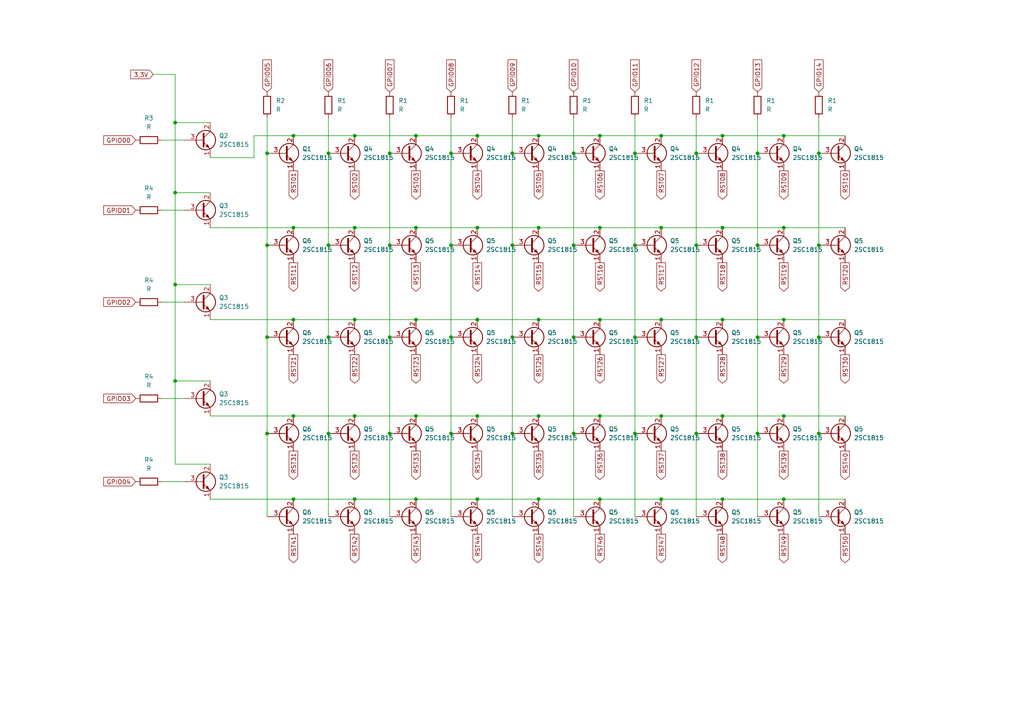
<source format=kicad_sch>
(kicad_sch (version 20230121) (generator eeschema)
  (paper "A4")
  (lib_symbols
    (symbol "Device:R" (pin_numbers hide) (pin_names (offset 0))
      (property "Reference" "R" (at 2.032 0 90))
      (property "Value" "R" (at 0 0 90))
      (symbol "R_0_1"
        (rectangle (start -1.016 -2.54) (end 1.016 2.54) (stroke (width 0.254)))
      )
      (symbol "R_1_1"
        (pin passive line (at 0 3.81 270) (length 1.27) (name "~") (number "1"))
        (pin passive line (at 0 -3.81 90) (length 1.27) (name "~") (number "2"))
      )
    )
    (symbol "Transistor_BJT:2SC1815" (pin_names (offset 0) hide)
      (property "Reference" "Q" (at 5.08 1.905 0))
      (property "Value" "2SC1815" (at 5.08 0 0))
      (symbol "2SC1815_0_1"
        (polyline (pts (xy 0 0) (xy 0.508 0)))
        (polyline (pts (xy 0.635 0.635) (xy 2.54 2.54)))
        (polyline (pts (xy 0.635 -0.635) (xy 2.54 -2.54) (xy 2.54 -2.54)))
        (polyline (pts (xy 0.635 1.905) (xy 0.635 -1.905) (xy 0.635 -1.905)) (stroke (width 0.508)))
        (polyline (pts (xy 1.27 -1.778) (xy 1.778 -1.27) (xy 2.286 -2.286) (xy 1.27 -1.778) (xy 1.27 -1.778)) (fill (type outline)))
        (circle (center 1.27 0) (radius 2.8194) (stroke (width 0.254)))
      )
      (symbol "2SC1815_1_1"
        (pin passive line (at 2.54 -5.08 90) (length 2.54) (name "E") (number "1"))
        (pin passive line (at 2.54 5.08 270) (length 2.54) (name "C") (number "2"))
        (pin input line (at -5.08 0 0) (length 5.08) (name "B") (number "3"))
      )
    )
  )
  (junction (at 50.8 110.49))
  (junction (at 120.65 39.37))
  (junction (at 138.43 39.37))
  (junction (at 173.99 39.37))
  (junction (at 50.8 82.55))
  (junction (at 227.33 92.71))
  (junction (at 191.77 144.78))
  (junction (at 173.99 92.71))
  (junction (at 166.37 71.12))
  (junction (at 219.71 125.73))
  (junction (at 209.55 144.78))
  (junction (at 130.81 97.79))
  (junction (at 138.43 144.78))
  (junction (at 173.99 120.65))
  (junction (at 227.33 66.04))
  (junction (at 191.77 66.04))
  (junction (at 209.55 66.04))
  (junction (at 120.65 92.71))
  (junction (at 85.09 144.78))
  (junction (at 102.87 92.71))
  (junction (at 173.99 66.04))
  (junction (at 201.93 44.45))
  (junction (at 237.49 71.12))
  (junction (at 227.33 120.65))
  (junction (at 95.25 97.79))
  (junction (at 130.81 125.73))
  (junction (at 85.09 92.71))
  (junction (at 227.33 144.78))
  (junction (at 148.59 125.73))
  (junction (at 156.21 66.04))
  (junction (at 156.21 120.65))
  (junction (at 77.47 71.12))
  (junction (at 156.21 39.37))
  (junction (at 95.25 44.45))
  (junction (at 113.03 97.79))
  (junction (at 237.49 44.45))
  (junction (at 219.71 97.79))
  (junction (at 113.03 44.45))
  (junction (at 148.59 97.79))
  (junction (at 148.59 71.12))
  (junction (at 191.77 120.65))
  (junction (at 166.37 125.73))
  (junction (at 102.87 144.78))
  (junction (at 219.71 71.12))
  (junction (at 219.71 44.45))
  (junction (at 201.93 125.73))
  (junction (at 201.93 97.79))
  (junction (at 237.49 125.73))
  (junction (at 156.21 92.71))
  (junction (at 77.47 97.79))
  (junction (at 120.65 120.65))
  (junction (at 138.43 92.71))
  (junction (at 95.25 125.73))
  (junction (at 77.47 44.45))
  (junction (at 113.03 125.73))
  (junction (at 130.81 44.45))
  (junction (at 148.59 44.45))
  (junction (at 191.77 39.37))
  (junction (at 156.21 144.78))
  (junction (at 184.15 125.73))
  (junction (at 130.81 71.12))
  (junction (at 166.37 97.79))
  (junction (at 113.03 71.12))
  (junction (at 184.15 71.12))
  (junction (at 184.15 44.45))
  (junction (at 102.87 120.65))
  (junction (at 209.55 39.37))
  (junction (at 77.47 125.73))
  (junction (at 50.8 35.56))
  (junction (at 120.65 144.78))
  (junction (at 95.25 71.12))
  (junction (at 85.09 39.37))
  (junction (at 237.49 97.79))
  (junction (at 227.33 39.37))
  (junction (at 138.43 66.04))
  (junction (at 120.65 66.04))
  (junction (at 209.55 92.71))
  (junction (at 191.77 92.71))
  (junction (at 102.87 66.04))
  (junction (at 166.37 44.45))
  (junction (at 209.55 120.65))
  (junction (at 102.87 39.37))
  (junction (at 184.15 97.79))
  (junction (at 201.93 71.12))
  (junction (at 85.09 120.65))
  (junction (at 138.43 120.65))
  (junction (at 85.09 66.04))
  (junction (at 173.99 144.78))
  (junction (at 50.8 55.88))
  (wire (pts (xy 219.71 71.12) (xy 219.71 97.79)))
  (wire (pts (xy 156.21 92.71) (xy 173.99 92.71)))
  (wire (pts (xy 113.03 97.79) (xy 113.03 125.73)))
  (wire (pts (xy 148.59 71.12) (xy 148.59 97.79)))
  (wire (pts (xy 148.59 97.79) (xy 148.59 125.73)))
  (wire (pts (xy 130.81 97.79) (xy 130.81 125.73)))
  (wire (pts (xy 53.34 115.57) (xy 46.99 115.57)))
  (wire (pts (xy 237.49 97.79) (xy 237.49 125.73)))
  (wire (pts (xy 60.96 45.72) (xy 73.66 45.72)))
  (wire (pts (xy 184.15 97.79) (xy 184.15 125.73)))
  (wire (pts (xy 219.71 34.29) (xy 219.71 44.45)))
  (wire (pts (xy 120.65 120.65) (xy 138.43 120.65)))
  (wire (pts (xy 113.03 125.73) (xy 113.03 149.86)))
  (wire (pts (xy 166.37 71.12) (xy 166.37 97.79)))
  (wire (pts (xy 53.34 60.96) (xy 46.99 60.96)))
  (wire (pts (xy 166.37 125.73) (xy 166.37 149.86)))
  (wire (pts (xy 102.87 39.37) (xy 120.65 39.37)))
  (wire (pts (xy 120.65 66.04) (xy 138.43 66.04)))
  (wire (pts (xy 191.77 92.71) (xy 209.55 92.71)))
  (wire (pts (xy 227.33 39.37) (xy 245.11 39.37)))
  (wire (pts (xy 209.55 39.37) (xy 227.33 39.37)))
  (wire (pts (xy 85.09 66.04) (xy 102.87 66.04)))
  (wire (pts (xy 191.77 39.37) (xy 209.55 39.37)))
  (wire (pts (xy 77.47 44.45) (xy 77.47 71.12)))
  (wire (pts (xy 85.09 144.78) (xy 102.87 144.78)))
  (wire (pts (xy 191.77 120.65) (xy 209.55 120.65)))
  (wire (pts (xy 138.43 144.78) (xy 156.21 144.78)))
  (wire (pts (xy 201.93 125.73) (xy 201.93 149.86)))
  (wire (pts (xy 102.87 120.65) (xy 120.65 120.65)))
  (wire (pts (xy 113.03 71.12) (xy 113.03 97.79)))
  (wire (pts (xy 173.99 92.71) (xy 191.77 92.71)))
  (wire (pts (xy 173.99 39.37) (xy 191.77 39.37)))
  (wire (pts (xy 191.77 66.04) (xy 209.55 66.04)))
  (wire (pts (xy 237.49 34.29) (xy 237.49 44.45)))
  (wire (pts (xy 209.55 144.78) (xy 227.33 144.78)))
  (wire (pts (xy 184.15 44.45) (xy 184.15 71.12)))
  (wire (pts (xy 50.8 35.56) (xy 50.8 55.88)))
  (wire (pts (xy 60.96 35.56) (xy 50.8 35.56)))
  (wire (pts (xy 227.33 120.65) (xy 245.11 120.65)))
  (wire (pts (xy 166.37 44.45) (xy 166.37 71.12)))
  (wire (pts (xy 85.09 39.37) (xy 102.87 39.37)))
  (wire (pts (xy 138.43 39.37) (xy 156.21 39.37)))
  (wire (pts (xy 50.8 110.49) (xy 60.96 110.49)))
  (wire (pts (xy 102.87 92.71) (xy 120.65 92.71)))
  (wire (pts (xy 77.47 34.29) (xy 77.47 44.45)))
  (wire (pts (xy 201.93 34.29) (xy 201.93 44.45)))
  (wire (pts (xy 50.8 21.59) (xy 50.8 35.56)))
  (wire (pts (xy 148.59 34.29) (xy 148.59 44.45)))
  (wire (pts (xy 73.66 39.37) (xy 85.09 39.37)))
  (wire (pts (xy 130.81 125.73) (xy 130.81 149.86)))
  (wire (pts (xy 166.37 34.29) (xy 166.37 44.45)))
  (wire (pts (xy 53.34 87.63) (xy 46.99 87.63)))
  (wire (pts (xy 148.59 125.73) (xy 148.59 149.86)))
  (wire (pts (xy 138.43 92.71) (xy 156.21 92.71)))
  (wire (pts (xy 201.93 44.45) (xy 201.93 71.12)))
  (wire (pts (xy 102.87 66.04) (xy 120.65 66.04)))
  (wire (pts (xy 53.34 139.7) (xy 46.99 139.7)))
  (wire (pts (xy 173.99 66.04) (xy 191.77 66.04)))
  (wire (pts (xy 50.8 82.55) (xy 50.8 110.49)))
  (wire (pts (xy 173.99 120.65) (xy 191.77 120.65)))
  (wire (pts (xy 138.43 66.04) (xy 156.21 66.04)))
  (wire (pts (xy 95.25 34.29) (xy 95.25 44.45)))
  (wire (pts (xy 120.65 144.78) (xy 138.43 144.78)))
  (wire (pts (xy 60.96 55.88) (xy 50.8 55.88)))
  (wire (pts (xy 219.71 97.79) (xy 219.71 125.73)))
  (wire (pts (xy 227.33 144.78) (xy 245.11 144.78)))
  (wire (pts (xy 184.15 34.29) (xy 184.15 44.45)))
  (wire (pts (xy 237.49 71.12) (xy 237.49 97.79)))
  (wire (pts (xy 95.25 125.73) (xy 95.25 149.86)))
  (wire (pts (xy 156.21 144.78) (xy 173.99 144.78)))
  (wire (pts (xy 50.8 134.62) (xy 60.96 134.62)))
  (wire (pts (xy 219.71 125.73) (xy 219.71 149.86)))
  (wire (pts (xy 85.09 120.65) (xy 102.87 120.65)))
  (wire (pts (xy 77.47 97.79) (xy 77.47 125.73)))
  (wire (pts (xy 201.93 71.12) (xy 201.93 97.79)))
  (wire (pts (xy 95.25 97.79) (xy 95.25 125.73)))
  (wire (pts (xy 46.99 40.64) (xy 53.34 40.64)))
  (wire (pts (xy 120.65 92.71) (xy 138.43 92.71)))
  (wire (pts (xy 60.96 144.78) (xy 85.09 144.78)))
  (wire (pts (xy 227.33 66.04) (xy 245.11 66.04)))
  (wire (pts (xy 173.99 144.78) (xy 191.77 144.78)))
  (wire (pts (xy 130.81 71.12) (xy 130.81 97.79)))
  (wire (pts (xy 156.21 66.04) (xy 173.99 66.04)))
  (wire (pts (xy 60.96 120.65) (xy 85.09 120.65)))
  (wire (pts (xy 166.37 97.79) (xy 166.37 125.73)))
  (wire (pts (xy 130.81 44.45) (xy 130.81 71.12)))
  (wire (pts (xy 237.49 125.73) (xy 237.49 149.86)))
  (wire (pts (xy 219.71 44.45) (xy 219.71 71.12)))
  (wire (pts (xy 73.66 45.72) (xy 73.66 39.37)))
  (wire (pts (xy 227.33 92.71) (xy 245.11 92.71)))
  (wire (pts (xy 50.8 110.49) (xy 50.8 134.62)))
  (wire (pts (xy 95.25 44.45) (xy 95.25 71.12)))
  (wire (pts (xy 95.25 71.12) (xy 95.25 97.79)))
  (wire (pts (xy 209.55 120.65) (xy 227.33 120.65)))
  (wire (pts (xy 113.03 44.45) (xy 113.03 71.12)))
  (wire (pts (xy 77.47 125.73) (xy 77.47 149.86)))
  (wire (pts (xy 156.21 120.65) (xy 173.99 120.65)))
  (wire (pts (xy 50.8 55.88) (xy 50.8 82.55)))
  (wire (pts (xy 156.21 39.37) (xy 173.99 39.37)))
  (wire (pts (xy 138.43 120.65) (xy 156.21 120.65)))
  (wire (pts (xy 184.15 125.73) (xy 184.15 149.86)))
  (wire (pts (xy 237.49 44.45) (xy 237.49 71.12)))
  (wire (pts (xy 60.96 66.04) (xy 85.09 66.04)))
  (wire (pts (xy 201.93 97.79) (xy 201.93 125.73)))
  (wire (pts (xy 44.45 21.59) (xy 50.8 21.59)))
  (wire (pts (xy 50.8 82.55) (xy 60.96 82.55)))
  (wire (pts (xy 209.55 66.04) (xy 227.33 66.04)))
  (wire (pts (xy 120.65 39.37) (xy 138.43 39.37)))
  (wire (pts (xy 85.09 92.71) (xy 102.87 92.71)))
  (wire (pts (xy 102.87 144.78) (xy 120.65 144.78)))
  (wire (pts (xy 148.59 44.45) (xy 148.59 71.12)))
  (wire (pts (xy 130.81 34.29) (xy 130.81 44.45)))
  (wire (pts (xy 191.77 144.78) (xy 209.55 144.78)))
  (wire (pts (xy 77.47 71.12) (xy 77.47 97.79)))
  (wire (pts (xy 184.15 71.12) (xy 184.15 97.79)))
  (wire (pts (xy 209.55 92.71) (xy 227.33 92.71)))
  (wire (pts (xy 60.96 92.71) (xy 85.09 92.71)))
  (wire (pts (xy 113.03 34.29) (xy 113.03 44.45)))
  (global_label "GPIO03" (shape input) (at 39.37 115.57 180) (property "Intersheetrefs" "${INTERSHEET_REFS}" (effects hide)))
  (global_label "RST18" (shape output) (at 209.55 76.2 270) (property "Intersheetrefs" "${INTERSHEET_REFS}" (effects hide)))
  (global_label "RST14" (shape output) (at 138.43 76.2 270) (property "Intersheetrefs" "${INTERSHEET_REFS}" (effects hide)))
  (global_label "RST11" (shape output) (at 85.09 76.2 270) (property "Intersheetrefs" "${INTERSHEET_REFS}" (effects hide)))
  (global_label "RST01" (shape output) (at 85.09 49.53 270) (property "Intersheetrefs" "${INTERSHEET_REFS}" (effects hide)))
  (global_label "RST48" (shape output) (at 209.55 154.94 270) (property "Intersheetrefs" "${INTERSHEET_REFS}" (effects hide)))
  (global_label "RST05" (shape output) (at 156.21 49.53 270) (property "Intersheetrefs" "${INTERSHEET_REFS}" (effects hide)))
  (global_label "RST15" (shape output) (at 156.21 76.2 270) (property "Intersheetrefs" "${INTERSHEET_REFS}" (effects hide)))
  (global_label "RST02" (shape output) (at 102.87 49.53 270) (property "Intersheetrefs" "${INTERSHEET_REFS}" (effects hide)))
  (global_label "GPIO07" (shape input) (at 113.03 26.67 90) (property "Intersheetrefs" "${INTERSHEET_REFS}" (effects hide)))
  (global_label "RST12" (shape output) (at 102.87 76.2 270) (property "Intersheetrefs" "${INTERSHEET_REFS}" (effects hide)))
  (global_label "RST43" (shape output) (at 120.65 154.94 270) (property "Intersheetrefs" "${INTERSHEET_REFS}" (effects hide)))
  (global_label "RST37" (shape output) (at 191.77 130.81 270) (property "Intersheetrefs" "${INTERSHEET_REFS}" (effects hide)))
  (global_label "RST47" (shape output) (at 191.77 154.94 270) (property "Intersheetrefs" "${INTERSHEET_REFS}" (effects hide)))
  (global_label "RST32" (shape output) (at 102.87 130.81 270) (property "Intersheetrefs" "${INTERSHEET_REFS}" (effects hide)))
  (global_label "RST39" (shape output) (at 227.33 130.81 270) (property "Intersheetrefs" "${INTERSHEET_REFS}" (effects hide)))
  (global_label "RST30" (shape output) (at 245.11 102.87 270) (property "Intersheetrefs" "${INTERSHEET_REFS}" (effects hide)))
  (global_label "RST20" (shape output) (at 245.11 76.2 270) (property "Intersheetrefs" "${INTERSHEET_REFS}" (effects hide)))
  (global_label "RST29" (shape output) (at 227.33 102.87 270) (property "Intersheetrefs" "${INTERSHEET_REFS}" (effects hide)))
  (global_label "RST38" (shape output) (at 209.55 130.81 270) (property "Intersheetrefs" "${INTERSHEET_REFS}" (effects hide)))
  (global_label "GPIO13" (shape input) (at 219.71 26.67 90) (property "Intersheetrefs" "${INTERSHEET_REFS}" (effects hide)))
  (global_label "RST33" (shape output) (at 120.65 130.81 270) (property "Intersheetrefs" "${INTERSHEET_REFS}" (effects hide)))
  (global_label "GPIO08" (shape input) (at 130.81 26.67 90) (property "Intersheetrefs" "${INTERSHEET_REFS}" (effects hide)))
  (global_label "RST41" (shape output) (at 85.09 154.94 270) (property "Intersheetrefs" "${INTERSHEET_REFS}" (effects hide)))
  (global_label "RST42" (shape output) (at 102.87 154.94 270) (property "Intersheetrefs" "${INTERSHEET_REFS}" (effects hide)))
  (global_label "GPIO00" (shape input) (at 39.37 40.64 180) (property "Intersheetrefs" "${INTERSHEET_REFS}" (effects hide)))
  (global_label "RST17" (shape output) (at 191.77 76.2 270) (property "Intersheetrefs" "${INTERSHEET_REFS}" (effects hide)))
  (global_label "GPIO09" (shape input) (at 148.59 26.67 90) (property "Intersheetrefs" "${INTERSHEET_REFS}" (effects hide)))
  (global_label "RST10" (shape output) (at 245.11 49.53 270) (property "Intersheetrefs" "${INTERSHEET_REFS}" (effects hide)))
  (global_label "GPIO10" (shape input) (at 166.37 26.67 90) (property "Intersheetrefs" "${INTERSHEET_REFS}" (effects hide)))
  (global_label "RST03" (shape output) (at 120.65 49.53 270) (property "Intersheetrefs" "${INTERSHEET_REFS}" (effects hide)))
  (global_label "RST50" (shape output) (at 245.11 154.94 270) (property "Intersheetrefs" "${INTERSHEET_REFS}" (effects hide)))
  (global_label "3,3V" (shape input) (at 44.45 21.59 180) (property "Intersheetrefs" "${INTERSHEET_REFS}" (effects hide)))
  (global_label "GPIO11" (shape input) (at 184.15 26.67 90) (property "Intersheetrefs" "${INTERSHEET_REFS}" (effects hide)))
  (global_label "RST24" (shape output) (at 138.43 102.87 270) (property "Intersheetrefs" "${INTERSHEET_REFS}" (effects hide)))
  (global_label "RST31" (shape output) (at 85.09 130.81 270) (property "Intersheetrefs" "${INTERSHEET_REFS}" (effects hide)))
  (global_label "RST46" (shape output) (at 173.99 154.94 270) (property "Intersheetrefs" "${INTERSHEET_REFS}" (effects hide)))
  (global_label "RST19" (shape output) (at 227.33 76.2 270) (property "Intersheetrefs" "${INTERSHEET_REFS}" (effects hide)))
  (global_label "RST40" (shape output) (at 245.11 130.81 270) (property "Intersheetrefs" "${INTERSHEET_REFS}" (effects hide)))
  (global_label "RST04" (shape output) (at 138.43 49.53 270) (property "Intersheetrefs" "${INTERSHEET_REFS}" (effects hide)))
  (global_label "RST13" (shape output) (at 120.65 76.2 270) (property "Intersheetrefs" "${INTERSHEET_REFS}" (effects hide)))
  (global_label "RST44" (shape output) (at 138.43 154.94 270) (property "Intersheetrefs" "${INTERSHEET_REFS}" (effects hide)))
  (global_label "RST27" (shape output) (at 191.77 102.87 270) (property "Intersheetrefs" "${INTERSHEET_REFS}" (effects hide)))
  (global_label "RST34" (shape output) (at 138.43 130.81 270) (property "Intersheetrefs" "${INTERSHEET_REFS}" (effects hide)))
  (global_label "RST45" (shape output) (at 156.21 154.94 270) (property "Intersheetrefs" "${INTERSHEET_REFS}" (effects hide)))
  (global_label "GPIO05" (shape input) (at 77.47 26.67 90) (property "Intersheetrefs" "${INTERSHEET_REFS}" (effects hide)))
  (global_label "RST25" (shape output) (at 156.21 102.87 270) (property "Intersheetrefs" "${INTERSHEET_REFS}" (effects hide)))
  (global_label "RST07" (shape output) (at 191.77 49.53 270) (property "Intersheetrefs" "${INTERSHEET_REFS}" (effects hide)))
  (global_label "RST16" (shape output) (at 173.99 76.2 270) (property "Intersheetrefs" "${INTERSHEET_REFS}" (effects hide)))
  (global_label "RST08" (shape output) (at 209.55 49.53 270) (property "Intersheetrefs" "${INTERSHEET_REFS}" (effects hide)))
  (global_label "RST35" (shape output) (at 156.21 130.81 270) (property "Intersheetrefs" "${INTERSHEET_REFS}" (effects hide)))
  (global_label "GPIO02" (shape input) (at 39.37 87.63 180) (property "Intersheetrefs" "${INTERSHEET_REFS}" (effects hide)))
  (global_label "RST26" (shape output) (at 173.99 102.87 270) (property "Intersheetrefs" "${INTERSHEET_REFS}" (effects hide)))
  (global_label "GPIO01" (shape input) (at 39.37 60.96 180) (property "Intersheetrefs" "${INTERSHEET_REFS}" (effects hide)))
  (global_label "RST22" (shape output) (at 102.87 102.87 270) (property "Intersheetrefs" "${INTERSHEET_REFS}" (effects hide)))
  (global_label "RST06" (shape output) (at 173.99 49.53 270) (property "Intersheetrefs" "${INTERSHEET_REFS}" (effects hide)))
  (global_label "RST09" (shape output) (at 227.33 49.53 270) (property "Intersheetrefs" "${INTERSHEET_REFS}" (effects hide)))
  (global_label "GPIO04" (shape input) (at 39.37 139.7 180) (property "Intersheetrefs" "${INTERSHEET_REFS}" (effects hide)))
  (global_label "RST49" (shape output) (at 227.33 154.94 270) (property "Intersheetrefs" "${INTERSHEET_REFS}" (effects hide)))
  (global_label "RST21" (shape output) (at 85.09 102.87 270) (property "Intersheetrefs" "${INTERSHEET_REFS}" (effects hide)))
  (global_label "RST28" (shape output) (at 209.55 102.87 270) (property "Intersheetrefs" "${INTERSHEET_REFS}" (effects hide)))
  (global_label "GPIO14" (shape input) (at 237.49 26.67 90) (property "Intersheetrefs" "${INTERSHEET_REFS}" (effects hide)))
  (global_label "RST36" (shape output) (at 173.99 130.81 270) (property "Intersheetrefs" "${INTERSHEET_REFS}" (effects hide)))
  (global_label "GPIO06" (shape input) (at 95.25 26.67 90) (property "Intersheetrefs" "${INTERSHEET_REFS}" (effects hide)))
  (global_label "GPIO12" (shape input) (at 201.93 26.67 90) (property "Intersheetrefs" "${INTERSHEET_REFS}" (effects hide)))
  (global_label "RST23" (shape output) (at 120.65 102.87 270) (property "Intersheetrefs" "${INTERSHEET_REFS}" (effects hide)))
  (symbol (lib_id "Transistor_BJT:2SC1815") (at 224.79 71.12 0) (unit 1)
    (property "Reference" "Q5" (at 229.87 69.85 0) (effects (justify left)))
    (property "Value" "2SC1815" (at 229.87 72.39 0) (effects (justify left)))
    (property "Footprint" "Package_TO_SOT_THT:TO-92_Inline" (effects hide))
    (property "Datasheet" "https://media.digikey.com/pdf/Data%20Sheets/Toshiba%20PDFs/2SC1815.pdf" (effects hide))
    (instances (project "Schaltplan" (path "" (reference "Q5") (unit 1)) (path "" (reference "Q47") (unit 1))))
  )
  (symbol (lib_id "Transistor_BJT:2SC1815") (at 207.01 125.73 0) (unit 1)
    (property "Reference" "Q5" (at 212.09 124.46 0) (effects (justify left)))
    (property "Value" "2SC1815" (at 212.09 127 0) (effects (justify left)))
    (property "Footprint" "Package_TO_SOT_THT:TO-92_Inline" (effects hide))
    (property "Datasheet" "https://media.digikey.com/pdf/Data%20Sheets/Toshiba%20PDFs/2SC1815.pdf" (effects hide))
    (instances (project "Schaltplan" (path "" (reference "Q5") (unit 1)) (path "" (reference "Q44") (unit 1))))
  )
  (symbol (lib_id "Transistor_BJT:2SC1815") (at 171.45 97.79 0) (unit 1)
    (property "Reference" "Q5" (at 176.53 96.52 0) (effects (justify left)))
    (property "Value" "2SC1815" (at 176.53 99.06 0) (effects (justify left)))
    (property "Footprint" "Package_TO_SOT_THT:TO-92_Inline" (effects hide))
    (property "Datasheet" "https://media.digikey.com/pdf/Data%20Sheets/Toshiba%20PDFs/2SC1815.pdf" (effects hide))
    (instances (project "Schaltplan" (path "" (reference "Q5") (unit 1)) (path "" (reference "Q33") (unit 1))))
  )
  (symbol (lib_id "Transistor_BJT:2SC1815") (at 118.11 71.12 0) (unit 1)
    (property "Reference" "Q5" (at 123.19 69.85 0) (effects (justify left)))
    (property "Value" "2SC1815" (at 123.19 72.39 0) (effects (justify left)))
    (property "Footprint" "Package_TO_SOT_THT:TO-92_Inline" (effects hide))
    (property "Datasheet" "https://media.digikey.com/pdf/Data%20Sheets/Toshiba%20PDFs/2SC1815.pdf" (effects hide))
    (instances (project "Schaltplan" (path "" (reference "Q5") (unit 1)) (path "" (reference "Q17") (unit 1))))
  )
  (symbol (lib_id "Transistor_BJT:2SC1815") (at 100.33 125.73 0) (unit 1)
    (property "Reference" "Q5" (at 105.41 124.46 0) (effects (justify left)))
    (property "Value" "2SC1815" (at 105.41 127 0) (effects (justify left)))
    (property "Footprint" "Package_TO_SOT_THT:TO-92_Inline" (effects hide))
    (property "Datasheet" "https://media.digikey.com/pdf/Data%20Sheets/Toshiba%20PDFs/2SC1815.pdf" (effects hide))
    (instances (project "Schaltplan" (path "" (reference "Q5") (unit 1)) (path "" (reference "Q13") (unit 1))))
  )
  (symbol (lib_id "Transistor_BJT:2SC1815") (at 118.11 44.45 0) (unit 1)
    (property "Reference" "Q4" (at 123.19 43.18 0) (effects (justify left)))
    (property "Value" "2SC1815" (at 123.19 45.72 0) (effects (justify left)))
    (property "Footprint" "Package_TO_SOT_THT:TO-92_Inline" (effects hide))
    (property "Datasheet" "https://media.digikey.com/pdf/Data%20Sheets/Toshiba%20PDFs/2SC1815.pdf" (effects hide))
    (instances (project "Schaltplan" (path "" (reference "Q4") (unit 1)) (path "" (reference "Q7") (unit 1))))
  )
  (symbol (lib_id "Transistor_BJT:2SC1815") (at 58.42 139.7 0) (unit 1)
    (property "Reference" "Q3" (at 63.5 138.43 0) (effects (justify left)))
    (property "Value" "2SC1815" (at 63.5 140.97 0) (effects (justify left)))
    (property "Footprint" "Package_TO_SOT_THT:TO-92_Inline" (effects hide))
    (property "Datasheet" "https://media.digikey.com/pdf/Data%20Sheets/Toshiba%20PDFs/2SC1815.pdf" (effects hide))
    (instances (project "Schaltplan" (path "" (reference "Q3") (unit 1)) (path "" (reference "Q14") (unit 1))))
  )
  (symbol (lib_id "Transistor_BJT:2SC1815") (at 189.23 149.86 0) (unit 1)
    (property "Reference" "Q5" (at 194.31 148.59 0) (effects (justify left)))
    (property "Value" "2SC1815" (at 194.31 151.13 0) (effects (justify left)))
    (property "Footprint" "Package_TO_SOT_THT:TO-92_Inline" (effects hide))
    (property "Datasheet" "https://media.digikey.com/pdf/Data%20Sheets/Toshiba%20PDFs/2SC1815.pdf" (effects hide))
    (instances (project "Schaltplan" (path "" (reference "Q5") (unit 1)) (path "" (reference "Q40") (unit 1))))
  )
  (symbol (lib_id "Device:R") (at 43.18 40.64 90) (unit 1)
    (property "Reference" "R3" (at 43.18 34.29 90))
    (property "Value" "R" (at 43.18 36.83 90))
    (property "Footprint" "Resistor_SMD:R_0201_0603Metric" (effects hide))
    (instances (project "Schaltplan" (path "" (reference "R3") (unit 1)) (path "" (reference "R1") (unit 1))))
  )
  (symbol (lib_id "Transistor_BJT:2SC1815") (at 153.67 97.79 0) (unit 1)
    (property "Reference" "Q5" (at 158.75 96.52 0) (effects (justify left)))
    (property "Value" "2SC1815" (at 158.75 99.06 0) (effects (justify left)))
    (property "Footprint" "Package_TO_SOT_THT:TO-92_Inline" (effects hide))
    (property "Datasheet" "https://media.digikey.com/pdf/Data%20Sheets/Toshiba%20PDFs/2SC1815.pdf" (effects hide))
    (instances (project "Schaltplan" (path "" (reference "Q5") (unit 1)) (path "" (reference "Q28") (unit 1))))
  )
  (symbol (lib_id "Transistor_BJT:2SC1815") (at 153.67 149.86 0) (unit 1)
    (property "Reference" "Q5" (at 158.75 148.59 0) (effects (justify left)))
    (property "Value" "2SC1815" (at 158.75 151.13 0) (effects (justify left)))
    (property "Footprint" "Package_TO_SOT_THT:TO-92_Inline" (effects hide))
    (property "Datasheet" "https://media.digikey.com/pdf/Data%20Sheets/Toshiba%20PDFs/2SC1815.pdf" (effects hide))
    (instances (project "Schaltplan" (path "" (reference "Q5") (unit 1)) (path "" (reference "Q30") (unit 1))))
  )
  (symbol (lib_id "Transistor_BJT:2SC1815") (at 207.01 44.45 0) (unit 1)
    (property "Reference" "Q4" (at 212.09 43.18 0) (effects (justify left)))
    (property "Value" "2SC1815" (at 212.09 45.72 0) (effects (justify left)))
    (property "Footprint" "Package_TO_SOT_THT:TO-92_Inline" (effects hide))
    (property "Datasheet" "https://media.digikey.com/pdf/Data%20Sheets/Toshiba%20PDFs/2SC1815.pdf" (effects hide))
    (instances (project "Schaltplan" (path "" (reference "Q4") (unit 1)) (path "" (reference "Q41") (unit 1))))
  )
  (symbol (lib_id "Transistor_BJT:2SC1815") (at 189.23 125.73 0) (unit 1)
    (property "Reference" "Q5" (at 194.31 124.46 0) (effects (justify left)))
    (property "Value" "2SC1815" (at 194.31 127 0) (effects (justify left)))
    (property "Footprint" "Package_TO_SOT_THT:TO-92_Inline" (effects hide))
    (property "Datasheet" "https://media.digikey.com/pdf/Data%20Sheets/Toshiba%20PDFs/2SC1815.pdf" (effects hide))
    (instances (project "Schaltplan" (path "" (reference "Q5") (unit 1)) (path "" (reference "Q39") (unit 1))))
  )
  (symbol (lib_id "Transistor_BJT:2SC1815") (at 242.57 97.79 0) (unit 1)
    (property "Reference" "Q5" (at 247.65 96.52 0) (effects (justify left)))
    (property "Value" "2SC1815" (at 247.65 99.06 0) (effects (justify left)))
    (property "Footprint" "Package_TO_SOT_THT:TO-92_Inline" (effects hide))
    (property "Datasheet" "https://media.digikey.com/pdf/Data%20Sheets/Toshiba%20PDFs/2SC1815.pdf" (effects hide))
    (instances (project "Schaltplan" (path "" (reference "Q5") (unit 1)) (path "" (reference "Q53") (unit 1))))
  )
  (symbol (lib_id "Transistor_BJT:2SC1815") (at 207.01 149.86 0) (unit 1)
    (property "Reference" "Q5" (at 212.09 148.59 0) (effects (justify left)))
    (property "Value" "2SC1815" (at 212.09 151.13 0) (effects (justify left)))
    (property "Footprint" "Package_TO_SOT_THT:TO-92_Inline" (effects hide))
    (property "Datasheet" "https://media.digikey.com/pdf/Data%20Sheets/Toshiba%20PDFs/2SC1815.pdf" (effects hide))
    (instances (project "Schaltplan" (path "" (reference "Q5") (unit 1)) (path "" (reference "Q45") (unit 1))))
  )
  (symbol (lib_id "Transistor_BJT:2SC1815") (at 58.42 60.96 0) (unit 1)
    (property "Reference" "Q3" (at 63.5 59.69 0) (effects (justify left)))
    (property "Value" "2SC1815" (at 63.5 62.23 0) (effects (justify left)))
    (property "Footprint" "Package_TO_SOT_THT:TO-92_Inline" (effects hide))
    (property "Datasheet" "https://media.digikey.com/pdf/Data%20Sheets/Toshiba%20PDFs/2SC1815.pdf" (effects hide))
    (instances (project "Schaltplan" (path "" (reference "Q3") (unit 1)) (path "" (reference "Q2") (unit 1))))
  )
  (symbol (lib_id "Transistor_BJT:2SC1815") (at 207.01 97.79 0) (unit 1)
    (property "Reference" "Q5" (at 212.09 96.52 0) (effects (justify left)))
    (property "Value" "2SC1815" (at 212.09 99.06 0) (effects (justify left)))
    (property "Footprint" "Package_TO_SOT_THT:TO-92_Inline" (effects hide))
    (property "Datasheet" "https://media.digikey.com/pdf/Data%20Sheets/Toshiba%20PDFs/2SC1815.pdf" (effects hide))
    (instances (project "Schaltplan" (path "" (reference "Q5") (unit 1)) (path "" (reference "Q43") (unit 1))))
  )
  (symbol (lib_id "Device:R") (at 43.18 87.63 90) (unit 1)
    (property "Reference" "R4" (at 43.18 81.28 90))
    (property "Value" "R" (at 43.18 83.82 90))
    (property "Footprint" "Resistor_SMD:R_0201_0603Metric" (effects hide))
    (instances (project "Schaltplan" (path "" (reference "R4") (unit 1)) (path "" (reference "R5") (unit 1))))
  )
  (symbol (lib_id "Device:R") (at 43.18 139.7 90) (unit 1)
    (property "Reference" "R4" (at 43.18 133.35 90))
    (property "Value" "R" (at 43.18 135.89 90))
    (property "Footprint" "Resistor_SMD:R_0201_0603Metric" (effects hide))
    (instances (project "Schaltplan" (path "" (reference "R4") (unit 1)) (path "" (reference "R7") (unit 1))))
  )
  (symbol (lib_id "Device:R") (at 95.25 30.48 0) (unit 1)
    (property "Reference" "R1" (at 97.79 29.21 0) (effects (justify left)))
    (property "Value" "R" (at 97.79 31.75 0) (effects (justify left)))
    (property "Footprint" "Resistor_SMD:R_0201_0603Metric" (effects hide))
    (instances (project "Schaltplan" (path "" (reference "R1") (unit 1)) (path "" (reference "R4") (unit 1))))
  )
  (symbol (lib_id "Transistor_BJT:2SC1815") (at 224.79 44.45 0) (unit 1)
    (property "Reference" "Q4" (at 229.87 43.18 0) (effects (justify left)))
    (property "Value" "2SC1815" (at 229.87 45.72 0) (effects (justify left)))
    (property "Footprint" "Package_TO_SOT_THT:TO-92_Inline" (effects hide))
    (property "Datasheet" "https://media.digikey.com/pdf/Data%20Sheets/Toshiba%20PDFs/2SC1815.pdf" (effects hide))
    (instances (project "Schaltplan" (path "" (reference "Q4") (unit 1)) (path "" (reference "Q46") (unit 1))))
  )
  (symbol (lib_id "Transistor_BJT:2SC1815") (at 82.55 71.12 0) (unit 1)
    (property "Reference" "Q6" (at 87.63 69.85 0) (effects (justify left)))
    (property "Value" "2SC1815" (at 87.63 72.39 0) (effects (justify left)))
    (property "Footprint" "Package_TO_SOT_THT:TO-92_Inline" (effects hide))
    (property "Datasheet" "https://media.digikey.com/pdf/Data%20Sheets/Toshiba%20PDFs/2SC1815.pdf" (effects hide))
    (instances (project "Schaltplan" (path "" (reference "Q6") (unit 1)) (path "" (reference "Q4") (unit 1))))
  )
  (symbol (lib_id "Transistor_BJT:2SC1815") (at 207.01 71.12 0) (unit 1)
    (property "Reference" "Q5" (at 212.09 69.85 0) (effects (justify left)))
    (property "Value" "2SC1815" (at 212.09 72.39 0) (effects (justify left)))
    (property "Footprint" "Package_TO_SOT_THT:TO-92_Inline" (effects hide))
    (property "Datasheet" "https://media.digikey.com/pdf/Data%20Sheets/Toshiba%20PDFs/2SC1815.pdf" (effects hide))
    (instances (project "Schaltplan" (path "" (reference "Q5") (unit 1)) (path "" (reference "Q42") (unit 1))))
  )
  (symbol (lib_id "Transistor_BJT:2SC1815") (at 82.55 125.73 0) (unit 1)
    (property "Reference" "Q6" (at 87.63 124.46 0) (effects (justify left)))
    (property "Value" "2SC1815" (at 87.63 127 0) (effects (justify left)))
    (property "Footprint" "Package_TO_SOT_THT:TO-92_Inline" (effects hide))
    (property "Datasheet" "https://media.digikey.com/pdf/Data%20Sheets/Toshiba%20PDFs/2SC1815.pdf" (effects hide))
    (instances (project "Schaltplan" (path "" (reference "Q6") (unit 1)) (path "" (reference "Q12") (unit 1))))
  )
  (symbol (lib_id "Transistor_BJT:2SC1815") (at 171.45 125.73 0) (unit 1)
    (property "Reference" "Q5" (at 176.53 124.46 0) (effects (justify left)))
    (property "Value" "2SC1815" (at 176.53 127 0) (effects (justify left)))
    (property "Footprint" "Package_TO_SOT_THT:TO-92_Inline" (effects hide))
    (property "Datasheet" "https://media.digikey.com/pdf/Data%20Sheets/Toshiba%20PDFs/2SC1815.pdf" (effects hide))
    (instances (project "Schaltplan" (path "" (reference "Q5") (unit 1)) (path "" (reference "Q34") (unit 1))))
  )
  (symbol (lib_id "Device:R") (at 219.71 30.48 0) (unit 1)
    (property "Reference" "R1" (at 222.25 29.21 0) (effects (justify left)))
    (property "Value" "R" (at 222.25 31.75 0) (effects (justify left)))
    (property "Footprint" "Resistor_SMD:R_0201_0603Metric" (effects hide))
    (instances (project "Schaltplan" (path "" (reference "R1") (unit 1)) (path "" (reference "R14") (unit 1))))
  )
  (symbol (lib_id "Transistor_BJT:2SC1815") (at 135.89 71.12 0) (unit 1)
    (property "Reference" "Q5" (at 140.97 69.85 0) (effects (justify left)))
    (property "Value" "2SC1815" (at 140.97 72.39 0) (effects (justify left)))
    (property "Footprint" "Package_TO_SOT_THT:TO-92_Inline" (effects hide))
    (property "Datasheet" "https://media.digikey.com/pdf/Data%20Sheets/Toshiba%20PDFs/2SC1815.pdf" (effects hide))
    (instances (project "Schaltplan" (path "" (reference "Q5") (unit 1)) (path "" (reference "Q22") (unit 1))))
  )
  (symbol (lib_id "Transistor_BJT:2SC1815") (at 100.33 44.45 0) (unit 1)
    (property "Reference" "Q4" (at 105.41 43.18 0) (effects (justify left)))
    (property "Value" "2SC1815" (at 105.41 45.72 0) (effects (justify left)))
    (property "Footprint" "Package_TO_SOT_THT:TO-92_Inline" (effects hide))
    (property "Datasheet" "https://media.digikey.com/pdf/Data%20Sheets/Toshiba%20PDFs/2SC1815.pdf" (effects hide))
    (instances (project "Schaltplan" (path "" (reference "Q4") (unit 1)) (path "" (reference "Q5") (unit 1))))
  )
  (symbol (lib_id "Transistor_BJT:2SC1815") (at 135.89 97.79 0) (unit 1)
    (property "Reference" "Q5" (at 140.97 96.52 0) (effects (justify left)))
    (property "Value" "2SC1815" (at 140.97 99.06 0) (effects (justify left)))
    (property "Footprint" "Package_TO_SOT_THT:TO-92_Inline" (effects hide))
    (property "Datasheet" "https://media.digikey.com/pdf/Data%20Sheets/Toshiba%20PDFs/2SC1815.pdf" (effects hide))
    (instances (project "Schaltplan" (path "" (reference "Q5") (unit 1)) (path "" (reference "Q23") (unit 1))))
  )
  (symbol (lib_id "Transistor_BJT:2SC1815") (at 224.79 149.86 0) (unit 1)
    (property "Reference" "Q5" (at 229.87 148.59 0) (effects (justify left)))
    (property "Value" "2SC1815" (at 229.87 151.13 0) (effects (justify left)))
    (property "Footprint" "Package_TO_SOT_THT:TO-92_Inline" (effects hide))
    (property "Datasheet" "https://media.digikey.com/pdf/Data%20Sheets/Toshiba%20PDFs/2SC1815.pdf" (effects hide))
    (instances (project "Schaltplan" (path "" (reference "Q5") (unit 1)) (path "" (reference "Q50") (unit 1))))
  )
  (symbol (lib_id "Transistor_BJT:2SC1815") (at 242.57 44.45 0) (unit 1)
    (property "Reference" "Q4" (at 247.65 43.18 0) (effects (justify left)))
    (property "Value" "2SC1815" (at 247.65 45.72 0) (effects (justify left)))
    (property "Footprint" "Package_TO_SOT_THT:TO-92_Inline" (effects hide))
    (property "Datasheet" "https://media.digikey.com/pdf/Data%20Sheets/Toshiba%20PDFs/2SC1815.pdf" (effects hide))
    (instances (project "Schaltplan" (path "" (reference "Q4") (unit 1)) (path "" (reference "Q51") (unit 1))))
  )
  (symbol (lib_id "Transistor_BJT:2SC1815") (at 224.79 125.73 0) (unit 1)
    (property "Reference" "Q5" (at 229.87 124.46 0) (effects (justify left)))
    (property "Value" "2SC1815" (at 229.87 127 0) (effects (justify left)))
    (property "Footprint" "Package_TO_SOT_THT:TO-92_Inline" (effects hide))
    (property "Datasheet" "https://media.digikey.com/pdf/Data%20Sheets/Toshiba%20PDFs/2SC1815.pdf" (effects hide))
    (instances (project "Schaltplan" (path "" (reference "Q5") (unit 1)) (path "" (reference "Q49") (unit 1))))
  )
  (symbol (lib_id "Transistor_BJT:2SC1815") (at 242.57 125.73 0) (unit 1)
    (property "Reference" "Q5" (at 247.65 124.46 0) (effects (justify left)))
    (property "Value" "2SC1815" (at 247.65 127 0) (effects (justify left)))
    (property "Footprint" "Package_TO_SOT_THT:TO-92_Inline" (effects hide))
    (property "Datasheet" "https://media.digikey.com/pdf/Data%20Sheets/Toshiba%20PDFs/2SC1815.pdf" (effects hide))
    (instances (project "Schaltplan" (path "" (reference "Q5") (unit 1)) (path "" (reference "Q54") (unit 1))))
  )
  (symbol (lib_id "Transistor_BJT:2SC1815") (at 153.67 71.12 0) (unit 1)
    (property "Reference" "Q5" (at 158.75 69.85 0) (effects (justify left)))
    (property "Value" "2SC1815" (at 158.75 72.39 0) (effects (justify left)))
    (property "Footprint" "Package_TO_SOT_THT:TO-92_Inline" (effects hide))
    (property "Datasheet" "https://media.digikey.com/pdf/Data%20Sheets/Toshiba%20PDFs/2SC1815.pdf" (effects hide))
    (instances (project "Schaltplan" (path "" (reference "Q5") (unit 1)) (path "" (reference "Q27") (unit 1))))
  )
  (symbol (lib_id "Device:R") (at 77.47 30.48 0) (unit 1)
    (property "Reference" "R2" (at 80.01 29.21 0) (effects (justify left)))
    (property "Value" "R" (at 80.01 31.75 0) (effects (justify left)))
    (property "Footprint" "Resistor_SMD:R_0201_0603Metric" (effects hide))
    (instances (project "Schaltplan" (path "" (reference "R2") (unit 1)) (path "" (reference "R3") (unit 1))))
  )
  (symbol (lib_id "Device:R") (at 148.59 30.48 0) (unit 1)
    (property "Reference" "R1" (at 151.13 29.21 0) (effects (justify left)))
    (property "Value" "R" (at 151.13 31.75 0) (effects (justify left)))
    (property "Footprint" "Resistor_SMD:R_0201_0603Metric" (effects hide))
    (instances (project "Schaltplan" (path "" (reference "R1") (unit 1)) (path "" (reference "R10") (unit 1))))
  )
  (symbol (lib_id "Transistor_BJT:2SC1815") (at 82.55 44.45 0) (unit 1)
    (property "Reference" "Q1" (at 87.63 43.18 0) (effects (justify left)))
    (property "Value" "2SC1815" (at 87.63 45.72 0) (effects (justify left)))
    (property "Footprint" "Package_TO_SOT_THT:TO-92_Inline" (effects hide))
    (property "Datasheet" "https://media.digikey.com/pdf/Data%20Sheets/Toshiba%20PDFs/2SC1815.pdf" (effects hide))
    (instances (project "Schaltplan" (path "" (reference "Q1") (unit 1)) (path "" (reference "Q3") (unit 1))))
  )
  (symbol (lib_id "Device:R") (at 166.37 30.48 0) (unit 1)
    (property "Reference" "R1" (at 168.91 29.21 0) (effects (justify left)))
    (property "Value" "R" (at 168.91 31.75 0) (effects (justify left)))
    (property "Footprint" "Resistor_SMD:R_0201_0603Metric" (effects hide))
    (instances (project "Schaltplan" (path "" (reference "R1") (unit 1)) (path "" (reference "R11") (unit 1))))
  )
  (symbol (lib_id "Transistor_BJT:2SC1815") (at 171.45 71.12 0) (unit 1)
    (property "Reference" "Q5" (at 176.53 69.85 0) (effects (justify left)))
    (property "Value" "2SC1815" (at 176.53 72.39 0) (effects (justify left)))
    (property "Footprint" "Package_TO_SOT_THT:TO-92_Inline" (effects hide))
    (property "Datasheet" "https://media.digikey.com/pdf/Data%20Sheets/Toshiba%20PDFs/2SC1815.pdf" (effects hide))
    (instances (project "Schaltplan" (path "" (reference "Q5") (unit 1)) (path "" (reference "Q32") (unit 1))))
  )
  (symbol (lib_id "Transistor_BJT:2SC1815") (at 82.55 97.79 0) (unit 1)
    (property "Reference" "Q6" (at 87.63 96.52 0) (effects (justify left)))
    (property "Value" "2SC1815" (at 87.63 99.06 0) (effects (justify left)))
    (property "Footprint" "Package_TO_SOT_THT:TO-92_Inline" (effects hide))
    (property "Datasheet" "https://media.digikey.com/pdf/Data%20Sheets/Toshiba%20PDFs/2SC1815.pdf" (effects hide))
    (instances (project "Schaltplan" (path "" (reference "Q6") (unit 1)) (path "" (reference "Q9") (unit 1))))
  )
  (symbol (lib_id "Transistor_BJT:2SC1815") (at 100.33 97.79 0) (unit 1)
    (property "Reference" "Q5" (at 105.41 96.52 0) (effects (justify left)))
    (property "Value" "2SC1815" (at 105.41 99.06 0) (effects (justify left)))
    (property "Footprint" "Package_TO_SOT_THT:TO-92_Inline" (effects hide))
    (property "Datasheet" "https://media.digikey.com/pdf/Data%20Sheets/Toshiba%20PDFs/2SC1815.pdf" (effects hide))
    (instances (project "Schaltplan" (path "" (reference "Q5") (unit 1)) (path "" (reference "Q10") (unit 1))))
  )
  (symbol (lib_id "Transistor_BJT:2SC1815") (at 153.67 125.73 0) (unit 1)
    (property "Reference" "Q5" (at 158.75 124.46 0) (effects (justify left)))
    (property "Value" "2SC1815" (at 158.75 127 0) (effects (justify left)))
    (property "Footprint" "Package_TO_SOT_THT:TO-92_Inline" (effects hide))
    (property "Datasheet" "https://media.digikey.com/pdf/Data%20Sheets/Toshiba%20PDFs/2SC1815.pdf" (effects hide))
    (instances (project "Schaltplan" (path "" (reference "Q5") (unit 1)) (path "" (reference "Q29") (unit 1))))
  )
  (symbol (lib_id "Transistor_BJT:2SC1815") (at 135.89 44.45 0) (unit 1)
    (property "Reference" "Q4" (at 140.97 43.18 0) (effects (justify left)))
    (property "Value" "2SC1815" (at 140.97 45.72 0) (effects (justify left)))
    (property "Footprint" "Package_TO_SOT_THT:TO-92_Inline" (effects hide))
    (property "Datasheet" "https://media.digikey.com/pdf/Data%20Sheets/Toshiba%20PDFs/2SC1815.pdf" (effects hide))
    (instances (project "Schaltplan" (path "" (reference "Q4") (unit 1)) (path "" (reference "Q21") (unit 1))))
  )
  (symbol (lib_id "Transistor_BJT:2SC1815") (at 189.23 97.79 0) (unit 1)
    (property "Reference" "Q5" (at 194.31 96.52 0) (effects (justify left)))
    (property "Value" "2SC1815" (at 194.31 99.06 0) (effects (justify left)))
    (property "Footprint" "Package_TO_SOT_THT:TO-92_Inline" (effects hide))
    (property "Datasheet" "https://media.digikey.com/pdf/Data%20Sheets/Toshiba%20PDFs/2SC1815.pdf" (effects hide))
    (instances (project "Schaltplan" (path "" (reference "Q5") (unit 1)) (path "" (reference "Q38") (unit 1))))
  )
  (symbol (lib_id "Device:R") (at 43.18 60.96 90) (unit 1)
    (property "Reference" "R4" (at 43.18 54.61 90))
    (property "Value" "R" (at 43.18 57.15 90))
    (property "Footprint" "Resistor_SMD:R_0201_0603Metric" (effects hide))
    (instances (project "Schaltplan" (path "" (reference "R4") (unit 1)) (path "" (reference "R2") (unit 1))))
  )
  (symbol (lib_id "Transistor_BJT:2SC1815") (at 242.57 149.86 0) (unit 1)
    (property "Reference" "Q5" (at 247.65 148.59 0) (effects (justify left)))
    (property "Value" "2SC1815" (at 247.65 151.13 0) (effects (justify left)))
    (property "Footprint" "Package_TO_SOT_THT:TO-92_Inline" (effects hide))
    (property "Datasheet" "https://media.digikey.com/pdf/Data%20Sheets/Toshiba%20PDFs/2SC1815.pdf" (effects hide))
    (instances (project "Schaltplan" (path "" (reference "Q5") (unit 1)) (path "" (reference "Q55") (unit 1))))
  )
  (symbol (lib_id "Transistor_BJT:2SC1815") (at 224.79 97.79 0) (unit 1)
    (property "Reference" "Q5" (at 229.87 96.52 0) (effects (justify left)))
    (property "Value" "2SC1815" (at 229.87 99.06 0) (effects (justify left)))
    (property "Footprint" "Package_TO_SOT_THT:TO-92_Inline" (effects hide))
    (property "Datasheet" "https://media.digikey.com/pdf/Data%20Sheets/Toshiba%20PDFs/2SC1815.pdf" (effects hide))
    (instances (project "Schaltplan" (path "" (reference "Q5") (unit 1)) (path "" (reference "Q48") (unit 1))))
  )
  (symbol (lib_id "Device:R") (at 43.18 115.57 90) (unit 1)
    (property "Reference" "R4" (at 43.18 109.22 90))
    (property "Value" "R" (at 43.18 111.76 90))
    (property "Footprint" "Resistor_SMD:R_0201_0603Metric" (effects hide))
    (instances (project "Schaltplan" (path "" (reference "R4") (unit 1)) (path "" (reference "R6") (unit 1))))
  )
  (symbol (lib_id "Transistor_BJT:2SC1815") (at 58.42 40.64 0) (unit 1)
    (property "Reference" "Q2" (at 63.5 39.37 0) (effects (justify left)))
    (property "Value" "2SC1815" (at 63.5 41.91 0) (effects (justify left)))
    (property "Footprint" "Package_TO_SOT_THT:TO-92_Inline" (effects hide))
    (property "Datasheet" "https://media.digikey.com/pdf/Data%20Sheets/Toshiba%20PDFs/2SC1815.pdf" (effects hide))
    (instances (project "Schaltplan" (path "" (reference "Q2") (unit 1)) (path "" (reference "Q1") (unit 1))))
  )
  (symbol (lib_id "Transistor_BJT:2SC1815") (at 135.89 125.73 0) (unit 1)
    (property "Reference" "Q5" (at 140.97 124.46 0) (effects (justify left)))
    (property "Value" "2SC1815" (at 140.97 127 0) (effects (justify left)))
    (property "Footprint" "Package_TO_SOT_THT:TO-92_Inline" (effects hide))
    (property "Datasheet" "https://media.digikey.com/pdf/Data%20Sheets/Toshiba%20PDFs/2SC1815.pdf" (effects hide))
    (instances (project "Schaltplan" (path "" (reference "Q5") (unit 1)) (path "" (reference "Q24") (unit 1))))
  )
  (symbol (lib_id "Transistor_BJT:2SC1815") (at 153.67 44.45 0) (unit 1)
    (property "Reference" "Q4" (at 158.75 43.18 0) (effects (justify left)))
    (property "Value" "2SC1815" (at 158.75 45.72 0) (effects (justify left)))
    (property "Footprint" "Package_TO_SOT_THT:TO-92_Inline" (effects hide))
    (property "Datasheet" "https://media.digikey.com/pdf/Data%20Sheets/Toshiba%20PDFs/2SC1815.pdf" (effects hide))
    (instances (project "Schaltplan" (path "" (reference "Q4") (unit 1)) (path "" (reference "Q26") (unit 1))))
  )
  (symbol (lib_id "Transistor_BJT:2SC1815") (at 118.11 97.79 0) (unit 1)
    (property "Reference" "Q5" (at 123.19 96.52 0) (effects (justify left)))
    (property "Value" "2SC1815" (at 123.19 99.06 0) (effects (justify left)))
    (property "Footprint" "Package_TO_SOT_THT:TO-92_Inline" (effects hide))
    (property "Datasheet" "https://media.digikey.com/pdf/Data%20Sheets/Toshiba%20PDFs/2SC1815.pdf" (effects hide))
    (instances (project "Schaltplan" (path "" (reference "Q5") (unit 1)) (path "" (reference "Q18") (unit 1))))
  )
  (symbol (lib_id "Transistor_BJT:2SC1815") (at 58.42 87.63 0) (unit 1)
    (property "Reference" "Q3" (at 63.5 86.36 0) (effects (justify left)))
    (property "Value" "2SC1815" (at 63.5 88.9 0) (effects (justify left)))
    (property "Footprint" "Package_TO_SOT_THT:TO-92_Inline" (effects hide))
    (property "Datasheet" "https://media.digikey.com/pdf/Data%20Sheets/Toshiba%20PDFs/2SC1815.pdf" (effects hide))
    (instances (project "Schaltplan" (path "" (reference "Q3") (unit 1)) (path "" (reference "Q8") (unit 1))))
  )
  (symbol (lib_id "Device:R") (at 130.81 30.48 0) (unit 1)
    (property "Reference" "R1" (at 133.35 29.21 0) (effects (justify left)))
    (property "Value" "R" (at 133.35 31.75 0) (effects (justify left)))
    (property "Footprint" "Resistor_SMD:R_0201_0603Metric" (effects hide))
    (instances (project "Schaltplan" (path "" (reference "R1") (unit 1)) (path "" (reference "R9") (unit 1))))
  )
  (symbol (lib_id "Device:R") (at 201.93 30.48 0) (unit 1)
    (property "Reference" "R1" (at 204.47 29.21 0) (effects (justify left)))
    (property "Value" "R" (at 204.47 31.75 0) (effects (justify left)))
    (property "Footprint" "Resistor_SMD:R_0201_0603Metric" (effects hide))
    (instances (project "Schaltplan" (path "" (reference "R1") (unit 1)) (path "" (reference "R13") (unit 1))))
  )
  (symbol (lib_id "Transistor_BJT:2SC1815") (at 189.23 44.45 0) (unit 1)
    (property "Reference" "Q4" (at 194.31 43.18 0) (effects (justify left)))
    (property "Value" "2SC1815" (at 194.31 45.72 0) (effects (justify left)))
    (property "Footprint" "Package_TO_SOT_THT:TO-92_Inline" (effects hide))
    (property "Datasheet" "https://media.digikey.com/pdf/Data%20Sheets/Toshiba%20PDFs/2SC1815.pdf" (effects hide))
    (instances (project "Schaltplan" (path "" (reference "Q4") (unit 1)) (path "" (reference "Q36") (unit 1))))
  )
  (symbol (lib_id "Transistor_BJT:2SC1815") (at 171.45 149.86 0) (unit 1)
    (property "Reference" "Q5" (at 176.53 148.59 0) (effects (justify left)))
    (property "Value" "2SC1815" (at 176.53 151.13 0) (effects (justify left)))
    (property "Footprint" "Package_TO_SOT_THT:TO-92_Inline" (effects hide))
    (property "Datasheet" "https://media.digikey.com/pdf/Data%20Sheets/Toshiba%20PDFs/2SC1815.pdf" (effects hide))
    (instances (project "Schaltplan" (path "" (reference "Q5") (unit 1)) (path "" (reference "Q35") (unit 1))))
  )
  (symbol (lib_id "Transistor_BJT:2SC1815") (at 82.55 149.86 0) (unit 1)
    (property "Reference" "Q6" (at 87.63 148.59 0) (effects (justify left)))
    (property "Value" "2SC1815" (at 87.63 151.13 0) (effects (justify left)))
    (property "Footprint" "Package_TO_SOT_THT:TO-92_Inline" (effects hide))
    (property "Datasheet" "https://media.digikey.com/pdf/Data%20Sheets/Toshiba%20PDFs/2SC1815.pdf" (effects hide))
    (instances (project "Schaltplan" (path "" (reference "Q6") (unit 1)) (path "" (reference "Q15") (unit 1))))
  )
  (symbol (lib_id "Transistor_BJT:2SC1815") (at 118.11 149.86 0) (unit 1)
    (property "Reference" "Q5" (at 123.19 148.59 0) (effects (justify left)))
    (property "Value" "2SC1815" (at 123.19 151.13 0) (effects (justify left)))
    (property "Footprint" "Package_TO_SOT_THT:TO-92_Inline" (effects hide))
    (property "Datasheet" "https://media.digikey.com/pdf/Data%20Sheets/Toshiba%20PDFs/2SC1815.pdf" (effects hide))
    (instances (project "Schaltplan" (path "" (reference "Q5") (unit 1)) (path "" (reference "Q20") (unit 1))))
  )
  (symbol (lib_id "Device:R") (at 113.03 30.48 0) (unit 1)
    (property "Reference" "R1" (at 115.57 29.21 0) (effects (justify left)))
    (property "Value" "R" (at 115.57 31.75 0) (effects (justify left)))
    (property "Footprint" "Resistor_SMD:R_0201_0603Metric" (effects hide))
    (instances (project "Schaltplan" (path "" (reference "R1") (unit 1)) (path "" (reference "R8") (unit 1))))
  )
  (symbol (lib_id "Transistor_BJT:2SC1815") (at 100.33 149.86 0) (unit 1)
    (property "Reference" "Q5" (at 105.41 148.59 0) (effects (justify left)))
    (property "Value" "2SC1815" (at 105.41 151.13 0) (effects (justify left)))
    (property "Footprint" "Package_TO_SOT_THT:TO-92_Inline" (effects hide))
    (property "Datasheet" "https://media.digikey.com/pdf/Data%20Sheets/Toshiba%20PDFs/2SC1815.pdf" (effects hide))
    (instances (project "Schaltplan" (path "" (reference "Q5") (unit 1)) (path "" (reference "Q16") (unit 1))))
  )
  (symbol (lib_id "Transistor_BJT:2SC1815") (at 100.33 71.12 0) (unit 1)
    (property "Reference" "Q5" (at 105.41 69.85 0) (effects (justify left)))
    (property "Value" "2SC1815" (at 105.41 72.39 0) (effects (justify left)))
    (property "Footprint" "Package_TO_SOT_THT:TO-92_Inline" (effects hide))
    (property "Datasheet" "https://media.digikey.com/pdf/Data%20Sheets/Toshiba%20PDFs/2SC1815.pdf" (effects hide))
    (instances (project "Schaltplan" (path "" (reference "Q5") (unit 1)) (path "" (reference "Q6") (unit 1))))
  )
  (symbol (lib_id "Transistor_BJT:2SC1815") (at 242.57 71.12 0) (unit 1)
    (property "Reference" "Q5" (at 247.65 69.85 0) (effects (justify left)))
    (property "Value" "2SC1815" (at 247.65 72.39 0) (effects (justify left)))
    (property "Footprint" "Package_TO_SOT_THT:TO-92_Inline" (effects hide))
    (property "Datasheet" "https://media.digikey.com/pdf/Data%20Sheets/Toshiba%20PDFs/2SC1815.pdf" (effects hide))
    (instances (project "Schaltplan" (path "" (reference "Q5") (unit 1)) (path "" (reference "Q52") (unit 1))))
  )
  (symbol (lib_id "Transistor_BJT:2SC1815") (at 58.42 115.57 0) (unit 1)
    (property "Reference" "Q3" (at 63.5 114.3 0) (effects (justify left)))
    (property "Value" "2SC1815" (at 63.5 116.84 0) (effects (justify left)))
    (property "Footprint" "Package_TO_SOT_THT:TO-92_Inline" (effects hide))
    (property "Datasheet" "https://media.digikey.com/pdf/Data%20Sheets/Toshiba%20PDFs/2SC1815.pdf" (effects hide))
    (instances (project "Schaltplan" (path "" (reference "Q3") (unit 1)) (path "" (reference "Q11") (unit 1))))
  )
  (symbol (lib_id "Device:R") (at 184.15 30.48 0) (unit 1)
    (property "Reference" "R1" (at 186.69 29.21 0) (effects (justify left)))
    (property "Value" "R" (at 186.69 31.75 0) (effects (justify left)))
    (property "Footprint" "Resistor_SMD:R_0201_0603Metric" (effects hide))
    (instances (project "Schaltplan" (path "" (reference "R1") (unit 1)) (path "" (reference "R12") (unit 1))))
  )
  (symbol (lib_id "Transistor_BJT:2SC1815") (at 189.23 71.12 0) (unit 1)
    (property "Reference" "Q5" (at 194.31 69.85 0) (effects (justify left)))
    (property "Value" "2SC1815" (at 194.31 72.39 0) (effects (justify left)))
    (property "Footprint" "Package_TO_SOT_THT:TO-92_Inline" (effects hide))
    (property "Datasheet" "https://media.digikey.com/pdf/Data%20Sheets/Toshiba%20PDFs/2SC1815.pdf" (effects hide))
    (instances (project "Schaltplan" (path "" (reference "Q5") (unit 1)) (path "" (reference "Q37") (unit 1))))
  )
  (symbol (lib_id "Transistor_BJT:2SC1815") (at 135.89 149.86 0) (unit 1)
    (property "Reference" "Q5" (at 140.97 148.59 0) (effects (justify left)))
    (property "Value" "2SC1815" (at 140.97 151.13 0) (effects (justify left)))
    (property "Footprint" "Package_TO_SOT_THT:TO-92_Inline" (effects hide))
    (property "Datasheet" "https://media.digikey.com/pdf/Data%20Sheets/Toshiba%20PDFs/2SC1815.pdf" (effects hide))
    (instances (project "Schaltplan" (path "" (reference "Q5") (unit 1)) (path "" (reference "Q25") (unit 1))))
  )
  (symbol (lib_id "Device:R") (at 237.49 30.48 0) (unit 1)
    (property "Reference" "R1" (at 240.03 29.21 0) (effects (justify left)))
    (property "Value" "R" (at 240.03 31.75 0) (effects (justify left)))
    (property "Footprint" "Resistor_SMD:R_0201_0603Metric" (effects hide))
    (instances (project "Schaltplan" (path "" (reference "R1") (unit 1)) (path "" (reference "R15") (unit 1))))
  )
  (symbol (lib_id "Transistor_BJT:2SC1815") (at 118.11 125.73 0) (unit 1)
    (property "Reference" "Q5" (at 123.19 124.46 0) (effects (justify left)))
    (property "Value" "2SC1815" (at 123.19 127 0) (effects (justify left)))
    (property "Footprint" "Package_TO_SOT_THT:TO-92_Inline" (effects hide))
    (property "Datasheet" "https://media.digikey.com/pdf/Data%20Sheets/Toshiba%20PDFs/2SC1815.pdf" (effects hide))
    (instances (project "Schaltplan" (path "" (reference "Q5") (unit 1)) (path "" (reference "Q19") (unit 1))))
  )
  (symbol (lib_id "Transistor_BJT:2SC1815") (at 171.45 44.45 0) (unit 1)
    (property "Reference" "Q4" (at 176.53 43.18 0) (effects (justify left)))
    (property "Value" "2SC1815" (at 176.53 45.72 0) (effects (justify left)))
    (property "Footprint" "Package_TO_SOT_THT:TO-92_Inline" (effects hide))
    (property "Datasheet" "https://media.digikey.com/pdf/Data%20Sheets/Toshiba%20PDFs/2SC1815.pdf" (effects hide))
    (instances (project "Schaltplan" (path "" (reference "Q4") (unit 1)) (path "" (reference "Q31") (unit 1))))
  )
)
</source>
